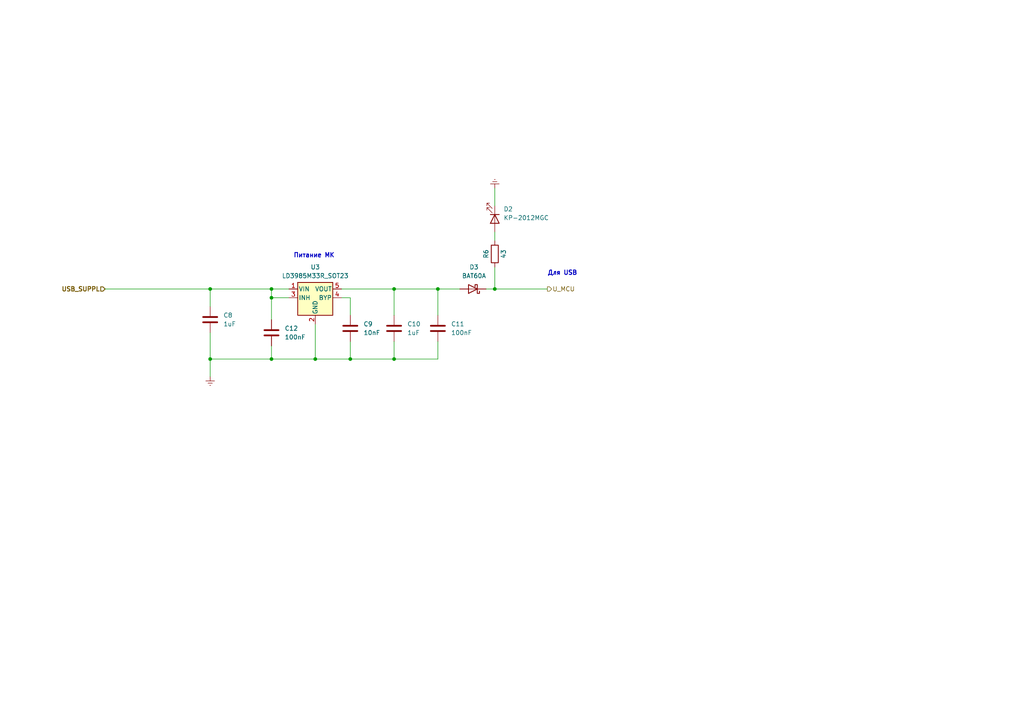
<source format=kicad_sch>
(kicad_sch (version 20231120) (generator "eeschema") (generator_version "8.0")
  (paper "A4")
  (lib_symbols
    (symbol "Device:C" (pin_numbers hide) (pin_names (offset 0.254))
      (property "Reference" "C" (at 0.635 2.54 0))
      (property "Value" "C" (at 0.635 -2.54 0))
      (symbol "C_0_1"
        (polyline (pts (xy -2.032 -0.762) (xy 2.032 -0.762)) (stroke (width 0.508)))
        (polyline (pts (xy -2.032 0.762) (xy 2.032 0.762)) (stroke (width 0.508)))
      )
      (symbol "C_1_1"
        (pin passive line (at 0 3.81 270) (length 2.794) (name "~") (number "1"))
        (pin passive line (at 0 -3.81 90) (length 2.794) (name "~") (number "2"))
      )
    )
    (symbol "Device:LED" (pin_numbers hide) (pin_names (offset 1.016) hide)
      (property "Reference" "D" (at 0 2.54 0))
      (property "Value" "LED" (at 0 -2.54 0))
      (symbol "LED_0_1"
        (polyline (pts (xy -1.27 -1.27) (xy -1.27 1.27)) (stroke (width 0.254)))
        (polyline (pts (xy -1.27 0) (xy 1.27 0)))
        (polyline (pts (xy 1.27 -1.27) (xy 1.27 1.27) (xy -1.27 0) (xy 1.27 -1.27)) (stroke (width 0.254)))
        (polyline (pts (xy -3.048 -0.762) (xy -4.572 -2.286) (xy -3.81 -2.286) (xy -4.572 -2.286) (xy -4.572 -1.524)))
        (polyline (pts (xy -1.778 -0.762) (xy -3.302 -2.286) (xy -2.54 -2.286) (xy -3.302 -2.286) (xy -3.302 -1.524)))
      )
      (symbol "LED_1_1"
        (pin passive line (at -3.81 0 0) (length 2.54) (name "K") (number "1"))
        (pin passive line (at 3.81 0 180) (length 2.54) (name "A") (number "2"))
      )
    )
    (symbol "Device:R" (pin_numbers hide) (pin_names (offset 0))
      (property "Reference" "R" (at 2.032 0 90))
      (property "Value" "R" (at 0 0 90))
      (symbol "R_0_1"
        (rectangle (start -1.016 -2.54) (end 1.016 2.54) (stroke (width 0.254)))
      )
      (symbol "R_1_1"
        (pin passive line (at 0 3.81 270) (length 1.27) (name "~") (number "1"))
        (pin passive line (at 0 -3.81 90) (length 1.27) (name "~") (number "2"))
      )
    )
    (symbol "Diode:BAT60A" (pin_numbers hide) (pin_names (offset 1.016) hide)
      (property "Reference" "D" (at 0 2.54 0))
      (property "Value" "BAT60A" (at 0 -2.54 0))
      (symbol "BAT60A_0_1"
        (polyline (pts (xy 1.27 0) (xy -1.27 0)))
        (polyline (pts (xy 1.27 1.27) (xy 1.27 -1.27) (xy -1.27 0) (xy 1.27 1.27)) (stroke (width 0.254)))
        (polyline (pts (xy -1.905 0.635) (xy -1.905 1.27) (xy -1.27 1.27) (xy -1.27 -1.27) (xy -0.635 -1.27) (xy -0.635 -0.635)) (stroke (width 0.254)))
      )
      (symbol "BAT60A_1_1"
        (pin passive line (at -3.81 0 0) (length 2.54) (name "K") (number "1"))
        (pin passive line (at 3.81 0 180) (length 2.54) (name "A") (number "2"))
      )
    )
    (symbol "Regulator_Linear:LD3985M33R_SOT23" (pin_names (offset 0.254))
      (property "Reference" "U" (at -3.81 5.715 0))
      (property "Value" "LD3985M33R_SOT23" (at 0 5.715 0))
      (symbol "LD3985M33R_SOT23_0_1"
        (rectangle (start -5.08 4.445) (end 5.08 -5.08) (stroke (width 0.254)) (fill (type background)))
      )
      (symbol "LD3985M33R_SOT23_1_1"
        (pin power_in line (at -7.62 2.54 0) (length 2.54) (name "VIN") (number "1"))
        (pin power_in line (at 0 -7.62 90) (length 2.54) (name "GND") (number "2"))
        (pin input line (at -7.62 0 0) (length 2.54) (name "INH") (number "3"))
        (pin input line (at 7.62 0 180) (length 2.54) (name "BYP") (number "4"))
        (pin power_out line (at 7.62 2.54 180) (length 2.54) (name "VOUT") (number "5"))
      )
    )
    (symbol "power:Earth" (power) (pin_names (offset 0))
      (symbol "Earth_0_1"
        (polyline (pts (xy -0.635 -1.905) (xy 0.635 -1.905)))
        (polyline (pts (xy -0.127 -2.54) (xy 0.127 -2.54)))
        (polyline (pts (xy 0 -1.27) (xy 0 0)))
        (polyline (pts (xy 1.27 -1.27) (xy -1.27 -1.27)))
      )
      (symbol "Earth_1_1"
        (pin power_in line (at 0 0 270) (length 0) hide (name "Earth") (number "1"))
      )
    )
  )
  (junction (at 60.96 83.82))
  (junction (at 127 83.82))
  (junction (at 78.74 86.36))
  (junction (at 91.44 104.14))
  (junction (at 114.3 104.14))
  (junction (at 101.6 104.14))
  (junction (at 114.3 83.82))
  (junction (at 78.74 104.14))
  (junction (at 143.51 83.82))
  (junction (at 60.96 104.14))
  (junction (at 78.74 83.82))
  (wire (pts (xy 143.51 54.61) (xy 143.51 59.69)))
  (wire (pts (xy 101.6 86.36) (xy 101.6 91.44)))
  (wire (pts (xy 78.74 83.82) (xy 83.82 83.82)))
  (wire (pts (xy 127 83.82) (xy 133.35 83.82)))
  (wire (pts (xy 60.96 83.82) (xy 78.74 83.82)))
  (wire (pts (xy 91.44 93.98) (xy 91.44 104.14)))
  (wire (pts (xy 101.6 104.14) (xy 91.44 104.14)))
  (wire (pts (xy 99.06 86.36) (xy 101.6 86.36)))
  (wire (pts (xy 143.51 83.82) (xy 158.75 83.82)))
  (wire (pts (xy 143.51 67.31) (xy 143.51 69.85)))
  (wire (pts (xy 83.82 86.36) (xy 78.74 86.36)))
  (wire (pts (xy 114.3 91.44) (xy 114.3 83.82)))
  (wire (pts (xy 127 91.44) (xy 127 83.82)))
  (wire (pts (xy 91.44 104.14) (xy 78.74 104.14)))
  (wire (pts (xy 30.48 83.82) (xy 60.96 83.82)))
  (wire (pts (xy 60.96 96.52) (xy 60.96 104.14)))
  (wire (pts (xy 114.3 99.06) (xy 114.3 104.14)))
  (wire (pts (xy 60.96 83.82) (xy 60.96 88.9)))
  (wire (pts (xy 127 99.06) (xy 127 104.14)))
  (wire (pts (xy 114.3 104.14) (xy 127 104.14)))
  (wire (pts (xy 127 83.82) (xy 114.3 83.82)))
  (wire (pts (xy 78.74 104.14) (xy 60.96 104.14)))
  (wire (pts (xy 78.74 100.33) (xy 78.74 104.14)))
  (wire (pts (xy 143.51 77.47) (xy 143.51 83.82)))
  (wire (pts (xy 60.96 104.14) (xy 60.96 109.22)))
  (wire (pts (xy 114.3 83.82) (xy 99.06 83.82)))
  (wire (pts (xy 78.74 83.82) (xy 78.74 86.36)))
  (wire (pts (xy 140.97 83.82) (xy 143.51 83.82)))
  (wire (pts (xy 78.74 86.36) (xy 78.74 92.71)))
  (wire (pts (xy 101.6 99.06) (xy 101.6 104.14)))
  (wire (pts (xy 101.6 104.14) (xy 114.3 104.14)))
  (text "Питание МК" (at 85.09 74.93 0) (effects (font (size 1.27 1.27) (thickness 0.254) (bold yes)) (justify left bottom)))
  (text "Для USB" (at 158.75 80.01 0) (effects (font (size 1.27 1.27) (thickness 0.254) (bold yes)) (justify left bottom)))
  (hierarchical_label "U_MCU" (shape output) (at 158.75 83.82 0))
  (hierarchical_label "USB_SUPPL" (shape input) (at 30.48 83.82 180) (effects (font (bold yes))))
  (symbol (lib_id "Diode:BAT60A") (at 137.16 83.82 180) (unit 1)
    (property "Reference" "D3" (at 137.4775 77.47 0))
    (property "Value" "BAT60A" (at 137.4775 80.01 0))
    (property "Footprint" "Diode_SMD:D_SOD-323" (effects (hide yes)))
    (property "Datasheet" "https://www.infineon.com/dgdl/Infineon-BAT60ASERIES-DS-v01_01-en.pdf?fileId=db3a304313d846880113def70c9304a9" (effects (hide yes)))
  )
  (symbol (lib_id "Device:C") (at 101.6 95.25 0) (unit 1)
    (property "Reference" "C9" (at 105.41 93.98 0) (effects (justify left)))
    (property "Value" "10nF" (at 105.41 96.52 0) (effects (justify left)))
    (property "Footprint" "Capacitor_SMD:C_0805_2012Metric" (effects (hide yes)))
  )
  (symbol (lib_id "Regulator_Linear:LD3985M33R_SOT23") (at 91.44 86.36 0) (unit 1)
    (property "Reference" "U3" (at 91.44 77.47 0))
    (property "Value" "LD3985M33R_SOT23" (at 91.44 80.01 0))
    (property "Footprint" "Package_TO_SOT_SMD:SOT-23-5" (effects (hide yes)))
    (property "Datasheet" "http://www.st.com/internet/com/TECHNICAL_RESOURCES/TECHNICAL_LITERATURE/DATASHEET/CD00003395.pdf" (effects (hide yes)))
  )
  (symbol (lib_id "power:Earth") (at 60.96 109.22 0) (unit 1)
    (property "Reference" "#PWR016" (effects (hide yes)))
    (property "Value" "Earth" (effects (hide yes)))
  )
  (symbol (lib_id "Device:C") (at 78.74 96.52 0) (unit 1)
    (property "Reference" "C12" (at 82.55 95.25 0) (effects (justify left)))
    (property "Value" "100nF" (at 82.55 97.79 0) (effects (justify left)))
    (property "Footprint" "Capacitor_SMD:C_0805_2012Metric" (effects (hide yes)))
  )
  (symbol (lib_id "Device:C") (at 127 95.25 0) (unit 1)
    (property "Reference" "C11" (at 130.81 93.98 0) (effects (justify left)))
    (property "Value" "100nF" (at 130.81 96.52 0) (effects (justify left)))
    (property "Footprint" "Capacitor_SMD:C_0805_2012Metric" (effects (hide yes)))
  )
  (symbol (lib_id "Device:C") (at 114.3 95.25 0) (unit 1)
    (property "Reference" "C10" (at 118.11 93.98 0) (effects (justify left)))
    (property "Value" "1uF" (at 118.11 96.52 0) (effects (justify left)))
    (property "Footprint" "Capacitor_SMD:C_0805_2012Metric" (effects (hide yes)))
  )
  (symbol (lib_id "Device:C") (at 60.96 92.71 0) (unit 1)
    (property "Reference" "C8" (at 64.77 91.44 0) (effects (justify left)))
    (property "Value" "1uF" (at 64.77 93.98 0) (effects (justify left)))
    (property "Footprint" "Capacitor_SMD:C_0805_2012Metric" (effects (hide yes)))
  )
  (symbol (lib_id "power:Earth") (at 143.51 54.61 180) (unit 1)
    (property "Reference" "#PWR014" (effects (hide yes)))
    (property "Value" "Earth" (effects (hide yes)))
  )
  (symbol (lib_id "Device:R") (at 143.51 73.66 0) (unit 1)
    (property "Reference" "R6" (at 140.97 73.66 90))
    (property "Value" "43" (at 146.05 73.66 90))
    (property "Footprint" "Resistor_SMD:R_1206_3216Metric_Pad1.30x1.75mm_HandSolder" (effects (hide yes)))
  )
  (symbol (lib_id "Device:LED") (at 143.51 63.5 270) (unit 1)
    (property "Reference" "D2" (at 146.05 60.6425 90) (effects (justify left)))
    (property "Value" "KP-2012MGC" (at 146.05 63.1825 90) (effects (justify left)))
    (property "Footprint" "LED_SMD:LED_0805_2012Metric_Pad1.15x1.40mm_HandSolder" (effects (hide yes)))
  )
)
</source>
